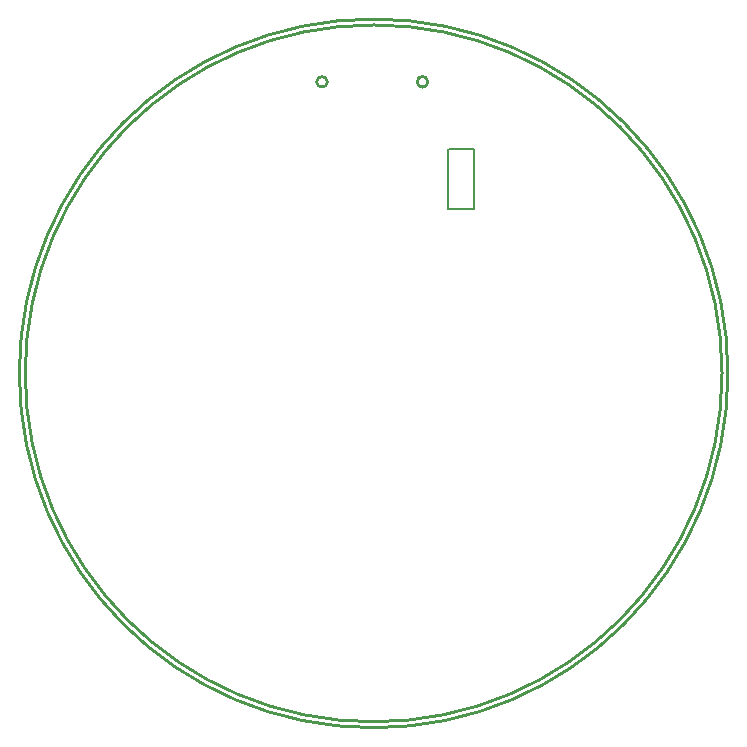
<source format=gko>
%FSLAX25Y25*%
%MOIN*%
G70*
G01*
G75*
G04 Layer_Color=16711935*
%ADD10C,0.02500*%
%ADD11R,0.11811X0.08661*%
%ADD12R,0.03347X0.02756*%
%ADD13R,0.02756X0.03347*%
%ADD14O,0.03543X0.01969*%
%ADD15O,0.03543X0.01969*%
%ADD16R,0.03543X0.01969*%
%ADD17R,0.01969X0.03150*%
%ADD18R,0.02362X0.03937*%
%ADD19O,0.02500X0.05500*%
%ADD20R,0.02500X0.05500*%
%ADD21R,0.03150X0.01969*%
%ADD22R,0.08661X0.11811*%
%ADD23O,0.05500X0.02500*%
%ADD24R,0.05500X0.02500*%
%ADD25R,0.02165X0.01181*%
%ADD26R,0.03150X0.01181*%
%ADD27R,0.01181X0.02165*%
%ADD28R,0.01181X0.03150*%
%ADD29R,0.03937X0.02362*%
%ADD30O,0.02362X0.07087*%
%ADD31O,0.07087X0.02362*%
%ADD32R,0.07000X0.03150*%
%ADD33R,0.07874X0.06000*%
%ADD34R,0.03937X0.03150*%
G04:AMPARAMS|DCode=35|XSize=35.43mil|YSize=157.48mil|CornerRadius=1.77mil|HoleSize=0mil|Usage=FLASHONLY|Rotation=300.000|XOffset=0mil|YOffset=0mil|HoleType=Round|Shape=RoundedRectangle|*
%AMROUNDEDRECTD35*
21,1,0.03543,0.15394,0,0,300.0*
21,1,0.03189,0.15748,0,0,300.0*
1,1,0.00354,-0.05868,-0.05229*
1,1,0.00354,-0.07463,-0.02468*
1,1,0.00354,0.05868,0.05229*
1,1,0.00354,0.07463,0.02468*
%
%ADD35ROUNDEDRECTD35*%
%ADD36C,0.02000*%
%ADD37C,0.07000*%
%ADD38C,0.00800*%
%ADD39C,0.01000*%
%ADD40C,0.04000*%
%ADD41C,0.05000*%
%ADD42C,0.03000*%
%ADD43R,0.07874X0.11811*%
%ADD44O,0.07874X0.11811*%
%ADD45R,0.05906X0.05906*%
%ADD46C,0.05906*%
%ADD47R,0.05906X0.05906*%
%ADD48C,0.06000*%
G04:AMPARAMS|DCode=49|XSize=51.18mil|YSize=173.23mil|CornerRadius=2.56mil|HoleSize=0mil|Usage=FLASHONLY|Rotation=300.000|XOffset=0mil|YOffset=0mil|HoleType=Round|Shape=RoundedRectangle|*
%AMROUNDEDRECTD49*
21,1,0.05118,0.16811,0,0,300.0*
21,1,0.04606,0.17323,0,0,300.0*
1,1,0.00512,-0.06128,-0.06197*
1,1,0.00512,-0.08431,-0.02208*
1,1,0.00512,0.06128,0.06197*
1,1,0.00512,0.08431,0.02208*
%
%ADD49ROUNDEDRECTD49*%
%ADD50C,0.03000*%
%ADD51C,0.02000*%
%ADD52C,0.05000*%
%ADD53R,0.01575X0.03347*%
%ADD54R,0.02756X0.08268*%
%ADD55R,0.02559X0.04843*%
%ADD56C,0.00500*%
%ADD57C,0.00787*%
%ADD58R,0.11811X0.01575*%
%ADD59R,0.01575X0.11811*%
%ADD60R,0.12611X0.09461*%
%ADD61R,0.04147X0.03556*%
%ADD62R,0.03556X0.04147*%
%ADD63O,0.04343X0.02769*%
%ADD64O,0.04343X0.02769*%
%ADD65R,0.04343X0.02769*%
%ADD66R,0.02769X0.03950*%
%ADD67R,0.03162X0.04737*%
%ADD68O,0.03300X0.06300*%
%ADD69R,0.03300X0.06300*%
%ADD70R,0.03950X0.02769*%
%ADD71R,0.09461X0.12611*%
%ADD72O,0.06300X0.03300*%
%ADD73R,0.06300X0.03300*%
%ADD74R,0.02965X0.01981*%
%ADD75R,0.03950X0.01981*%
%ADD76R,0.01981X0.02965*%
%ADD77R,0.01981X0.03950*%
%ADD78R,0.04737X0.03162*%
%ADD79O,0.03162X0.07887*%
%ADD80O,0.07887X0.03162*%
%ADD81R,0.07800X0.03950*%
%ADD82R,0.08674X0.06800*%
%ADD83R,0.04737X0.03950*%
G04:AMPARAMS|DCode=84|XSize=39.37mil|YSize=161.42mil|CornerRadius=1.97mil|HoleSize=0mil|Usage=FLASHONLY|Rotation=300.000|XOffset=0mil|YOffset=0mil|HoleType=Round|Shape=RoundedRectangle|*
%AMROUNDEDRECTD84*
21,1,0.03937,0.15748,0,0,300.0*
21,1,0.03543,0.16142,0,0,300.0*
1,1,0.00394,-0.05933,-0.05471*
1,1,0.00394,-0.07705,-0.02403*
1,1,0.00394,0.05933,0.05471*
1,1,0.00394,0.07705,0.02403*
%
%ADD84ROUNDEDRECTD84*%
%ADD85R,0.08674X0.12611*%
%ADD86O,0.08674X0.12611*%
%ADD87R,0.06706X0.06706*%
%ADD88C,0.06706*%
%ADD89R,0.06706X0.06706*%
%ADD90C,0.06800*%
G04:AMPARAMS|DCode=91|XSize=55.12mil|YSize=177.16mil|CornerRadius=2.76mil|HoleSize=0mil|Usage=FLASHONLY|Rotation=300.000|XOffset=0mil|YOffset=0mil|HoleType=Round|Shape=RoundedRectangle|*
%AMROUNDEDRECTD91*
21,1,0.05512,0.17165,0,0,300.0*
21,1,0.04961,0.17716,0,0,300.0*
1,1,0.00551,-0.06193,-0.06439*
1,1,0.00551,-0.08673,-0.02143*
1,1,0.00551,0.06193,0.06439*
1,1,0.00551,0.08673,0.02143*
%
%ADD91ROUNDEDRECTD91*%
%ADD92R,0.02375X0.04147*%
%ADD93R,0.03556X0.09068*%
%ADD94R,0.03359X0.05643*%
D39*
X555142Y268500D02*
G03*
X555142Y268500I-116142J0D01*
G01*
X423562Y365681D02*
G03*
X423562Y365681I-1772J0D01*
G01*
X457027D02*
G03*
X457027Y365681I-1772J0D01*
G01*
X557110Y268500D02*
G03*
X557110Y268500I-118110J0D01*
G01*
D56*
X463800Y323400D02*
Y343300D01*
X464000Y343200D02*
X472500D01*
X463800Y323400D02*
X472500D01*
Y343200D01*
M02*

</source>
